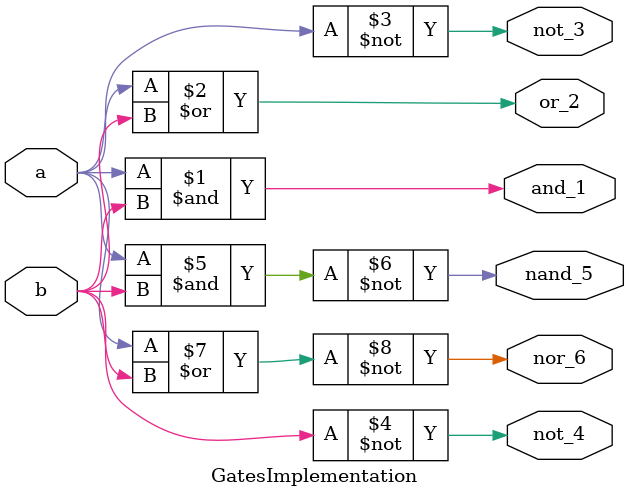
<source format=sv>
`timescale 1ns / 1ps


module GatesImplementation(a,b,and_1,or_2,not_3,not_4,nand_5,nor_6

    );
input logic a,b;
output logic and_1,or_2,not_3,not_4,nand_5,nor_6;
assign and_1= a&b;
assign or_2=a|b;
assign not_3=~a;
assign not_4=~b;
assign nand_5=~(a&b);
assign nor_6=~(a|b); 
endmodule

</source>
